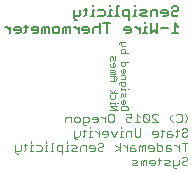
<source format=gbo>
G75*
%MOIN*%
%OFA0B0*%
%FSLAX24Y24*%
%IPPOS*%
%LPD*%
%AMOC8*
5,1,8,0,0,1.08239X$1,22.5*
%
%ADD10C,0.0050*%
%ADD11C,0.0040*%
%ADD12C,0.0030*%
D10*
X001889Y004825D02*
X001889Y005045D01*
X002019Y004990D02*
X002019Y004935D01*
X002239Y004935D01*
X002239Y004880D02*
X002184Y004825D01*
X002074Y004825D01*
X002239Y004880D02*
X002239Y004990D01*
X002184Y005045D01*
X002074Y005045D01*
X002019Y004990D01*
X001889Y004935D02*
X001779Y005045D01*
X001724Y005045D01*
X002362Y005045D02*
X002472Y005045D01*
X002417Y005100D02*
X002417Y004880D01*
X002362Y004825D01*
X002602Y004935D02*
X002822Y004935D01*
X002822Y004880D02*
X002767Y004825D01*
X002657Y004825D01*
X002602Y004935D02*
X002602Y004990D01*
X002657Y005045D01*
X002767Y005045D01*
X002822Y004990D01*
X002822Y004880D01*
X002952Y004825D02*
X002952Y004990D01*
X003007Y005045D01*
X003062Y004990D01*
X003062Y004825D01*
X003172Y004825D02*
X003172Y005045D01*
X003117Y005045D01*
X003062Y004990D01*
X003302Y004990D02*
X003302Y004880D01*
X003357Y004825D01*
X003467Y004825D01*
X003522Y004880D01*
X003522Y004990D01*
X003467Y005045D01*
X003357Y005045D01*
X003302Y004990D01*
X003651Y004990D02*
X003651Y004825D01*
X003761Y004825D02*
X003761Y004990D01*
X003706Y005045D01*
X003651Y004990D01*
X003761Y004990D02*
X003817Y005045D01*
X003872Y005045D01*
X003872Y004825D01*
X003998Y005045D02*
X004053Y005045D01*
X004163Y004935D01*
X004163Y004825D02*
X004163Y005045D01*
X004293Y004990D02*
X004293Y004935D01*
X004513Y004935D01*
X004513Y004880D02*
X004458Y004825D01*
X004348Y004825D01*
X004513Y004880D02*
X004513Y004990D01*
X004458Y005045D01*
X004348Y005045D01*
X004293Y004990D01*
X004111Y005285D02*
X004056Y005285D01*
X004001Y005340D01*
X004001Y005615D01*
X004221Y005615D02*
X004221Y005450D01*
X004166Y005395D01*
X004001Y005395D01*
X004345Y005395D02*
X004400Y005450D01*
X004400Y005670D01*
X004455Y005615D02*
X004345Y005615D01*
X004633Y005615D02*
X004633Y005395D01*
X004688Y005395D02*
X004578Y005395D01*
X004633Y005615D02*
X004688Y005615D01*
X004633Y005725D02*
X004633Y005780D01*
X004818Y005615D02*
X004983Y005615D01*
X005038Y005560D01*
X005038Y005450D01*
X004983Y005395D01*
X004818Y005395D01*
X004863Y005155D02*
X004863Y004825D01*
X004863Y004990D02*
X004808Y005045D01*
X004698Y005045D01*
X004643Y004990D01*
X004643Y004825D01*
X004993Y005155D02*
X005213Y005155D01*
X005103Y005155D02*
X005103Y004825D01*
X005692Y004935D02*
X005913Y004935D01*
X005913Y004880D02*
X005858Y004825D01*
X005748Y004825D01*
X005692Y004935D02*
X005692Y004990D01*
X005748Y005045D01*
X005858Y005045D01*
X005913Y004990D01*
X005913Y004880D01*
X006039Y005045D02*
X006094Y005045D01*
X006204Y004935D01*
X006204Y004825D02*
X006204Y005045D01*
X006382Y005045D02*
X006382Y004825D01*
X006327Y004825D02*
X006438Y004825D01*
X006567Y004825D02*
X006567Y005155D01*
X006438Y005045D02*
X006382Y005045D01*
X006382Y005155D02*
X006382Y005210D01*
X006438Y005395D02*
X006272Y005395D01*
X006217Y005450D01*
X006272Y005505D01*
X006382Y005505D01*
X006438Y005560D01*
X006382Y005615D01*
X006217Y005615D01*
X006088Y005615D02*
X006033Y005615D01*
X006033Y005395D01*
X006088Y005395D02*
X005978Y005395D01*
X005854Y005395D02*
X005689Y005395D01*
X005634Y005450D01*
X005634Y005560D01*
X005689Y005615D01*
X005854Y005615D01*
X005854Y005285D01*
X005504Y005395D02*
X005394Y005395D01*
X005449Y005395D02*
X005449Y005725D01*
X005504Y005725D01*
X005271Y005615D02*
X005216Y005615D01*
X005216Y005395D01*
X005271Y005395D02*
X005161Y005395D01*
X005216Y005725D02*
X005216Y005780D01*
X006033Y005780D02*
X006033Y005725D01*
X006567Y005560D02*
X006567Y005395D01*
X006567Y005560D02*
X006622Y005615D01*
X006787Y005615D01*
X006787Y005395D01*
X006917Y005505D02*
X007137Y005505D01*
X007137Y005450D02*
X007137Y005560D01*
X007082Y005615D01*
X006972Y005615D01*
X006917Y005560D01*
X006917Y005505D01*
X006972Y005395D02*
X007082Y005395D01*
X007137Y005450D01*
X007267Y005450D02*
X007322Y005395D01*
X007432Y005395D01*
X007487Y005450D01*
X007432Y005560D02*
X007322Y005560D01*
X007267Y005505D01*
X007267Y005450D01*
X007432Y005560D02*
X007487Y005615D01*
X007487Y005670D01*
X007432Y005725D01*
X007322Y005725D01*
X007267Y005670D01*
X007377Y005155D02*
X007377Y004825D01*
X007487Y004825D02*
X007267Y004825D01*
X007137Y004990D02*
X006917Y004990D01*
X006787Y004825D02*
X006677Y004935D01*
X006567Y004825D01*
X006787Y004825D02*
X006787Y005155D01*
X007377Y005155D02*
X007487Y005045D01*
D11*
X002103Y000807D02*
X002056Y000853D01*
X002056Y001087D01*
X002243Y001087D02*
X002243Y000947D01*
X002196Y000900D01*
X002056Y000900D01*
X002103Y000807D02*
X002150Y000807D01*
X002346Y000900D02*
X002393Y000947D01*
X002393Y001134D01*
X002439Y001087D02*
X002346Y001087D01*
X002589Y001087D02*
X002589Y000900D01*
X002636Y000900D02*
X002542Y000900D01*
X002744Y000900D02*
X002884Y000900D01*
X002930Y000947D01*
X002930Y001040D01*
X002884Y001087D01*
X002744Y001087D01*
X002636Y001087D02*
X002589Y001087D01*
X002589Y001180D02*
X002589Y001227D01*
X003080Y001227D02*
X003080Y001180D01*
X003080Y001087D02*
X003080Y000900D01*
X003127Y000900D02*
X003033Y000900D01*
X003230Y000900D02*
X003323Y000900D01*
X003277Y000900D02*
X003277Y001180D01*
X003323Y001180D01*
X003431Y001040D02*
X003431Y000947D01*
X003478Y000900D01*
X003618Y000900D01*
X003618Y000807D02*
X003618Y001087D01*
X003478Y001087D01*
X003431Y001040D01*
X003721Y000900D02*
X003814Y000900D01*
X003768Y000900D02*
X003768Y001087D01*
X003814Y001087D01*
X003768Y001180D02*
X003768Y001227D01*
X003922Y001087D02*
X004062Y001087D01*
X004109Y001040D01*
X004062Y000993D01*
X003969Y000993D01*
X003922Y000947D01*
X003969Y000900D01*
X004109Y000900D01*
X004217Y000900D02*
X004217Y001040D01*
X004264Y001087D01*
X004404Y001087D01*
X004404Y000900D01*
X004512Y000993D02*
X004698Y000993D01*
X004698Y000947D02*
X004698Y001040D01*
X004652Y001087D01*
X004558Y001087D01*
X004512Y001040D01*
X004512Y000993D01*
X004558Y000900D02*
X004652Y000900D01*
X004698Y000947D01*
X004806Y000947D02*
X004853Y000900D01*
X004946Y000900D01*
X004993Y000947D01*
X004946Y001040D02*
X004853Y001040D01*
X004806Y000993D01*
X004806Y000947D01*
X004946Y001040D02*
X004993Y001087D01*
X004993Y001134D01*
X004946Y001180D01*
X004853Y001180D01*
X004806Y001134D01*
X004846Y001380D02*
X004846Y001567D01*
X004846Y001473D02*
X004752Y001567D01*
X004706Y001567D01*
X004600Y001567D02*
X004553Y001567D01*
X004553Y001380D01*
X004507Y001380D02*
X004600Y001380D01*
X004357Y001427D02*
X004310Y001380D01*
X004357Y001427D02*
X004357Y001614D01*
X004404Y001567D02*
X004310Y001567D01*
X004207Y001567D02*
X004207Y001427D01*
X004161Y001380D01*
X004020Y001380D01*
X004020Y001333D02*
X004067Y001287D01*
X004114Y001287D01*
X004020Y001333D02*
X004020Y001567D01*
X004067Y001860D02*
X004020Y001907D01*
X004020Y002000D01*
X004067Y002047D01*
X004161Y002047D01*
X004207Y002000D01*
X004207Y001907D01*
X004161Y001860D01*
X004067Y001860D01*
X003913Y001860D02*
X003913Y002047D01*
X003773Y002047D01*
X003726Y002000D01*
X003726Y001860D01*
X004315Y001860D02*
X004455Y001860D01*
X004502Y001907D01*
X004502Y002000D01*
X004455Y002047D01*
X004315Y002047D01*
X004315Y001813D01*
X004362Y001767D01*
X004409Y001767D01*
X004553Y001707D02*
X004553Y001660D01*
X004656Y001860D02*
X004750Y001860D01*
X004797Y001907D01*
X004797Y002000D01*
X004750Y002047D01*
X004656Y002047D01*
X004610Y002000D01*
X004610Y001953D01*
X004797Y001953D01*
X004902Y002047D02*
X004949Y002047D01*
X005042Y001953D01*
X005042Y001860D02*
X005042Y002047D01*
X005150Y002094D02*
X005150Y001907D01*
X005197Y001860D01*
X005290Y001860D01*
X005337Y001907D01*
X005337Y002094D01*
X005290Y002140D01*
X005197Y002140D01*
X005150Y002094D01*
X005585Y001707D02*
X005585Y001660D01*
X005585Y001567D02*
X005585Y001380D01*
X005631Y001380D02*
X005538Y001380D01*
X005342Y001380D02*
X005248Y001567D01*
X005140Y001520D02*
X005094Y001567D01*
X005000Y001567D01*
X004954Y001520D01*
X004954Y001473D01*
X005140Y001473D01*
X005140Y001427D02*
X005140Y001520D01*
X005140Y001427D02*
X005094Y001380D01*
X005000Y001380D01*
X005342Y001380D02*
X005435Y001567D01*
X005585Y001567D02*
X005631Y001567D01*
X005739Y001520D02*
X005739Y001380D01*
X005739Y001520D02*
X005786Y001567D01*
X005926Y001567D01*
X005926Y001380D01*
X006034Y001427D02*
X006081Y001380D01*
X006174Y001380D01*
X006221Y001427D01*
X006221Y001660D01*
X006034Y001660D02*
X006034Y001427D01*
X006027Y001087D02*
X005933Y001087D01*
X005887Y001040D01*
X005887Y000900D01*
X006027Y000900D01*
X006073Y000947D01*
X006027Y000993D01*
X005887Y000993D01*
X005779Y000993D02*
X005685Y001087D01*
X005639Y001087D01*
X005779Y001087D02*
X005779Y000900D01*
X005533Y000900D02*
X005533Y001180D01*
X005393Y001087D02*
X005533Y000993D01*
X005393Y000900D01*
X005936Y000607D02*
X006076Y000607D01*
X006123Y000560D01*
X006076Y000513D01*
X005982Y000513D01*
X005936Y000467D01*
X005982Y000420D01*
X006123Y000420D01*
X006230Y000420D02*
X006230Y000560D01*
X006277Y000607D01*
X006324Y000560D01*
X006324Y000420D01*
X006417Y000420D02*
X006417Y000607D01*
X006370Y000607D01*
X006324Y000560D01*
X006525Y000560D02*
X006525Y000513D01*
X006712Y000513D01*
X006712Y000467D02*
X006665Y000420D01*
X006572Y000420D01*
X006712Y000467D02*
X006712Y000560D01*
X006665Y000607D01*
X006572Y000607D01*
X006525Y000560D01*
X006815Y000607D02*
X006908Y000607D01*
X006862Y000654D02*
X006862Y000467D01*
X006815Y000420D01*
X007016Y000467D02*
X007063Y000513D01*
X007156Y000513D01*
X007203Y000560D01*
X007156Y000607D01*
X007016Y000607D01*
X007016Y000467D02*
X007063Y000420D01*
X007203Y000420D01*
X007311Y000420D02*
X007451Y000420D01*
X007498Y000467D01*
X007498Y000607D01*
X007605Y000654D02*
X007652Y000700D01*
X007745Y000700D01*
X007792Y000654D01*
X007792Y000607D01*
X007745Y000560D01*
X007652Y000560D01*
X007605Y000513D01*
X007605Y000467D01*
X007652Y000420D01*
X007745Y000420D01*
X007792Y000467D01*
X007404Y000327D02*
X007357Y000327D01*
X007311Y000373D01*
X007311Y000607D01*
X007205Y000900D02*
X007065Y000900D01*
X007065Y001040D01*
X007112Y001087D01*
X007205Y001087D01*
X007205Y000993D02*
X007065Y000993D01*
X006957Y000947D02*
X006957Y001040D01*
X006911Y001087D01*
X006771Y001087D01*
X006771Y001180D02*
X006771Y000900D01*
X006911Y000900D01*
X006957Y000947D01*
X007205Y000993D02*
X007252Y000947D01*
X007205Y000900D01*
X007357Y001087D02*
X007404Y001087D01*
X007498Y000993D01*
X007498Y000900D02*
X007498Y001087D01*
X007605Y001180D02*
X007792Y001180D01*
X007699Y001180D02*
X007699Y000900D01*
X007652Y001380D02*
X007745Y001380D01*
X007792Y001427D01*
X007745Y001520D02*
X007652Y001520D01*
X007605Y001473D01*
X007605Y001427D01*
X007652Y001380D01*
X007745Y001520D02*
X007792Y001567D01*
X007792Y001614D01*
X007745Y001660D01*
X007652Y001660D01*
X007605Y001614D01*
X007498Y001567D02*
X007404Y001567D01*
X007451Y001614D02*
X007451Y001427D01*
X007404Y001380D01*
X007301Y001427D02*
X007254Y001473D01*
X007114Y001473D01*
X007114Y001520D02*
X007114Y001380D01*
X007254Y001380D01*
X007301Y001427D01*
X007254Y001567D02*
X007161Y001567D01*
X007114Y001520D01*
X007006Y001567D02*
X006913Y001567D01*
X006960Y001614D02*
X006960Y001427D01*
X006913Y001380D01*
X006810Y001427D02*
X006810Y001520D01*
X006763Y001567D01*
X006670Y001567D01*
X006623Y001520D01*
X006623Y001473D01*
X006810Y001473D01*
X006810Y001427D02*
X006763Y001380D01*
X006670Y001380D01*
X006616Y001087D02*
X006523Y001087D01*
X006476Y001040D01*
X006476Y000993D01*
X006663Y000993D01*
X006663Y000947D02*
X006663Y001040D01*
X006616Y001087D01*
X006663Y000947D02*
X006616Y000900D01*
X006523Y000900D01*
X006368Y000900D02*
X006368Y001087D01*
X006321Y001087D01*
X006275Y001040D01*
X006228Y001087D01*
X006181Y001040D01*
X006181Y000900D01*
X006275Y000900D02*
X006275Y001040D01*
X006221Y001860D02*
X006034Y001860D01*
X006127Y001860D02*
X006127Y002140D01*
X006221Y002047D01*
X006329Y002094D02*
X006515Y001907D01*
X006469Y001860D01*
X006375Y001860D01*
X006329Y001907D01*
X006329Y002094D01*
X006375Y002140D01*
X006469Y002140D01*
X006515Y002094D01*
X006515Y001907D01*
X006623Y001860D02*
X006810Y001860D01*
X006623Y002047D01*
X006623Y002094D01*
X006670Y002140D01*
X006763Y002140D01*
X006810Y002094D01*
X007208Y002047D02*
X007208Y001953D01*
X007301Y001860D01*
X007409Y001907D02*
X007456Y001860D01*
X007549Y001860D01*
X007596Y001907D01*
X007596Y002094D01*
X007549Y002140D01*
X007456Y002140D01*
X007409Y002094D01*
X007301Y002140D02*
X007208Y002047D01*
X007699Y002140D02*
X007792Y002047D01*
X007792Y001953D01*
X007699Y001860D01*
X005926Y001907D02*
X005879Y001860D01*
X005786Y001860D01*
X005739Y001907D01*
X005739Y002000D01*
X005786Y002047D01*
X005833Y002047D01*
X005926Y002000D01*
X005926Y002140D01*
X005739Y002140D01*
X003127Y001087D02*
X003080Y001087D01*
D12*
X005227Y002258D02*
X005437Y002258D01*
X005227Y002398D01*
X005437Y002398D01*
X005367Y002479D02*
X005367Y002514D01*
X005227Y002514D01*
X005227Y002479D02*
X005227Y002549D01*
X005262Y002626D02*
X005227Y002661D01*
X005227Y002766D01*
X005227Y002847D02*
X005437Y002847D01*
X005367Y002766D02*
X005367Y002661D01*
X005332Y002626D01*
X005262Y002626D01*
X005437Y002514D02*
X005472Y002514D01*
X005587Y002514D02*
X005622Y002479D01*
X005692Y002479D01*
X005727Y002514D01*
X005727Y002584D01*
X005692Y002619D01*
X005657Y002619D01*
X005657Y002479D01*
X005587Y002514D02*
X005587Y002584D01*
X005587Y002700D02*
X005587Y002805D01*
X005622Y002840D01*
X005657Y002805D01*
X005657Y002735D01*
X005692Y002700D01*
X005727Y002735D01*
X005727Y002840D01*
X005727Y002921D02*
X005727Y002956D01*
X005587Y002956D01*
X005587Y002921D02*
X005587Y002991D01*
X005622Y003068D02*
X005587Y003103D01*
X005587Y003208D01*
X005552Y003208D02*
X005727Y003208D01*
X005727Y003103D01*
X005692Y003068D01*
X005622Y003068D01*
X005517Y003138D02*
X005517Y003173D01*
X005552Y003208D01*
X005587Y003289D02*
X005727Y003289D01*
X005727Y003394D01*
X005692Y003429D01*
X005587Y003429D01*
X005622Y003510D02*
X005692Y003510D01*
X005727Y003545D01*
X005727Y003615D01*
X005692Y003650D01*
X005657Y003650D01*
X005657Y003510D01*
X005622Y003510D02*
X005587Y003545D01*
X005587Y003615D01*
X005622Y003731D02*
X005692Y003731D01*
X005727Y003766D01*
X005727Y003871D01*
X005797Y003871D02*
X005587Y003871D01*
X005587Y003766D01*
X005622Y003731D01*
X005367Y003729D02*
X005367Y003799D01*
X005332Y003834D01*
X005297Y003834D01*
X005297Y003694D01*
X005262Y003694D02*
X005332Y003694D01*
X005367Y003729D01*
X005262Y003694D02*
X005227Y003729D01*
X005227Y003799D01*
X005227Y003915D02*
X005227Y004020D01*
X005262Y004055D01*
X005297Y004020D01*
X005297Y003950D01*
X005332Y003915D01*
X005367Y003950D01*
X005367Y004055D01*
X005587Y004173D02*
X005587Y004278D01*
X005622Y004313D01*
X005692Y004313D01*
X005727Y004278D01*
X005727Y004173D01*
X005797Y004173D02*
X005587Y004173D01*
X005622Y004394D02*
X005587Y004429D01*
X005587Y004534D01*
X005552Y004534D02*
X005517Y004499D01*
X005517Y004464D01*
X005552Y004534D02*
X005727Y004534D01*
X005727Y004394D02*
X005622Y004394D01*
X005332Y003613D02*
X005227Y003613D01*
X005227Y003543D02*
X005332Y003543D01*
X005367Y003578D01*
X005332Y003613D01*
X005332Y003543D02*
X005367Y003508D01*
X005367Y003473D01*
X005227Y003473D01*
X005227Y003392D02*
X005367Y003392D01*
X005437Y003322D01*
X005367Y003252D01*
X005227Y003252D01*
X005332Y003252D02*
X005332Y003392D01*
X005367Y002952D02*
X005297Y002847D01*
X005227Y002952D01*
X005797Y002956D02*
X005832Y002956D01*
X005762Y002398D02*
X005622Y002398D01*
X005587Y002363D01*
X005587Y002258D01*
X005797Y002258D01*
X005797Y002363D01*
X005762Y002398D01*
M02*

</source>
